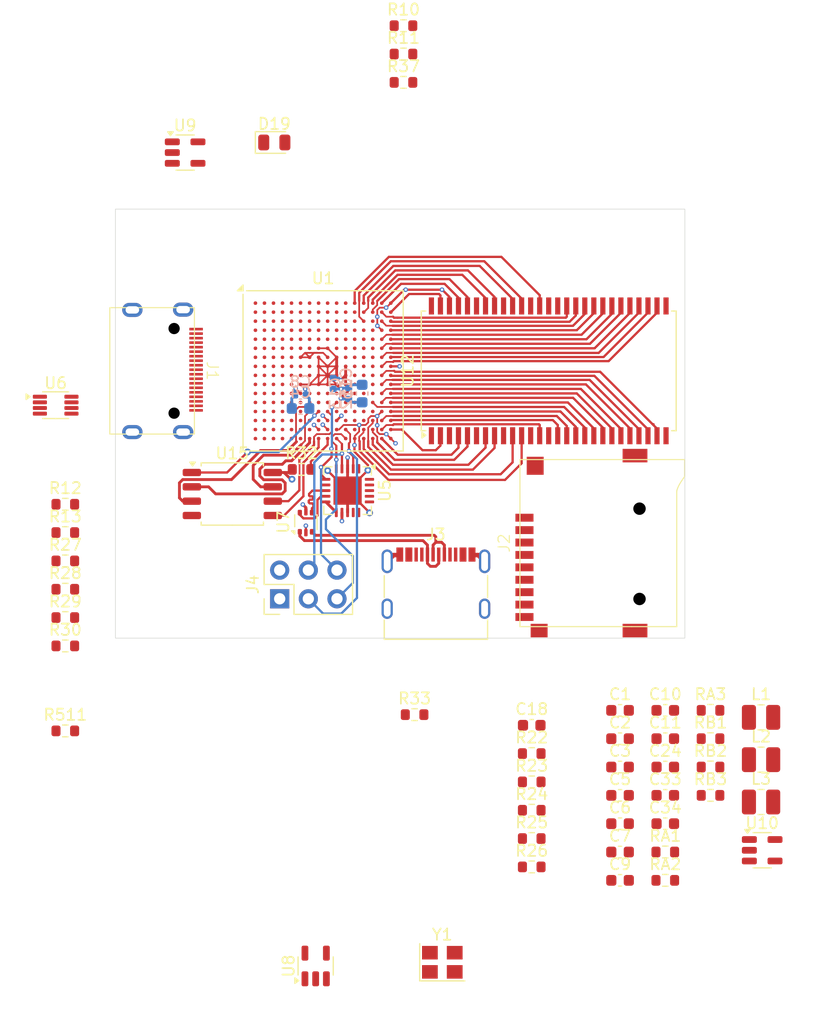
<source format=kicad_pcb>
(kicad_pcb (version 20241229) (generator "pcbnew") (generator_version "9.0")
  (layers (0 "F.Cu" signal) (4 "In1.Cu" signal) (6 "In2.Cu" signal) (2 "B.Cu" signal) (13 "F.Paste" user) (15 "B.Paste" user) (5 "F.SilkS" user "F.Silkscreen") (7 "B.SilkS" user "B.Silkscreen") (1 "F.Mask" user) (3 "B.Mask" user) (25 "Edge.Cuts" user))
  (net 0 "")
  (net 34 "Net-(J3-D--PadA7)")
  (net 46 "Net-(J3-D+-PadA6)")
  (net 78 "JTAG_TCK")
  (net 123 "JTAG_TDO")
  (net 124 "/USB/LED_TXLED")
  (net 125 "FT2V5")
  (net 126 "FPDI_D0-")
  (net 127 "FPDI_UTIL")
  (net 128 "GPDI_SDA")
  (net 129 "FPDI_D2+")
  (net 130 "FPDI_HPD")
  (net 131 "FPDI_D1-")
  (net 132 "FPDI_D1+")
  (net 133 "FPDI_CLK-")
  (net 134 "GPDI_SCL")
  (net 135 "FPDI_D2-")
  (net 136 "FPDI_CEC")
  (net 137 "FPDI_D0+")
  (net 138 "FPDI_CLK+")
  (net 139 "Net-(J3-CC1)")
  (net 150 "Net-(J3-CC2)")
  (net 151 "+2V5")
  (net 152 "FPDI_SDA")
  (net 153 "FPDI_SCL")
  (net 158 "GND")
  (net 159 "+5V")
  (net 160 "FTDI_nTXLED")
  (net 161 "+3V3")
  (net 162 "JTAG_TDI")
  (net 163 "JTAG_TMS")
  (net 164 "Net-(U5-USBDM)")
  (net 165 "FTDI_RXD")
  (net 166 "FTDI_nRTS")
  (net 167 "FTDI_TXDEN")
  (net 168 "FTDI_nRXLED")
  (net 169 "FTDI_nSLEEP")
  (net 170 "FTDI_nDTR")
  (net 171 "FTDI_TXD")
  (net 172 "Net-(U5-USBDP)")
  (net 173 "Net-(U6-VREF2)")
  (net 174 "SDRAM_D8")
  (net 175 "SDRAM_D6")
  (net 176 "SDRAM_D10")
  (net 177 "SDRAM_nCS")
  (net 178 "SDRAM_A6")
  (net 179 "SDRAM_D11")
  (net 180 "SDRAM_A11")
  (net 181 "SDRAM_A9")
  (net 182 "SDRAM_D13")
  (net 183 "SDRAM_A2")
  (net 184 "SDRAM_nWE")
  (net 185 "SDRAM_D0")
  (net 186 "SDRAM_A8")
  (net 187 "SDRAM_A0")
  (net 188 "SDRAM_DQM0")
  (net 189 "SDRAM_D3")
  (net 190 "SDRAM_A7")
  (net 191 "SDRAM_A1")
  (net 192 "SDRAM_D7")
  (net 193 "SDRAM_D2")
  (net 194 "SDRAM_A10")
  (net 195 "SDRAM_D12")
  (net 196 "SDRAM_CKE")
  (net 197 "SDRAM_nCAS")
  (net 198 "SDRAM_nRAS")
  (net 199 "SDRAM_D9")
  (net 200 "SDRAM_CLK")
  (net 201 "SDRAM_DQM1")
  (net 202 "SDRAM_A4")
  (net 203 "SDRAM_A5")
  (net 204 "SDRAM_D5")
  (net 205 "SDRAM_D4")
  (net 206 "SDRAM_D15")
  (net 207 "SDRAM_D14")
  (net 208 "SDRAM_A3")
  (net 209 "SDRAM_D1")
  (net 210 "+1V1")
  (net 211 "/Power/FB3")
  (net 212 "/Power/L3")
  (net 214 "/Power/L2")
  (net 215 "/Power/L1")
  (net 216 "/Power/FB2")
  (net 217 "/Power/FB1")
  (net 248 "SDRAM_BA1")
  (net 249 "SDRAM_BA0")
  (net 251 "SDRAM_A12")
  (net 254 "INITN")
  (net 255 "DONE")
  (net 256 "Net-(U1H-PROGRAMN)")
  (net 257 "IO3")
  (net 258 "IO2")
  (net 259 "IO1")
  (net 260 "IO0")
  (net 261 "CLK")
  (net 262 "~{CS}")
  (footprint "Resistor_SMD:R_0603_1608Metric" (layer "F.Cu") (at 157.125 74.44)
    (property "Reference" "R37")
    (property "Value" "549")
  )
  (footprint "Package_SO:VSSOP-8_2.3x2mm_P0.5mm" (layer "F.Cu") (at 126.29 103.04)
    (property "Reference" "U6")
    (property "Value" "PCA9306DC1")
  )
  (footprint "Resistor_SMD:R_0603_1608Metric" (layer "F.Cu") (at 127.145 116.84)
    (property "Reference" "R27")
    (property "Value" "10k")
  )
  (footprint "Resistor_SMD:R_0603_1608Metric" (layer "F.Cu") (at 168.495 138.93)
    (property "Reference" "R24")
    (property "Value" "100k")
  )
  (footprint "Resistor_SMD:R_0603_1608Metric" (layer "F.Cu") (at 158.11 130.46)
    (property "Reference" "R33")
    (property "Value" "4.7k")
  )
  (footprint "Resistor_SMD:R_0603_1608Metric" (layer "F.Cu") (at 127.145 111.82)
    (property "Reference" "R12")
    (property "Value" "10k")
  )
  (footprint "Capacitor_SMD:C_0603_1608Metric" (layer "F.Cu") (at 168.495 131.4)
    (property "Reference" "C18")
    (property "Value" "100pF")
  )
  (footprint "Capacitor_SMD:C_0603_1608Metric" (layer "F.Cu") (at 176.325 142.63)
    (property "Reference" "C7")
    (property "Value" "22uF")
  )
  (footprint "Capacitor_SMD:C_0603_1608Metric" (layer "F.Cu") (at 180.335 130.08)
    (property "Reference" "C10")
    (property "Value" "100pF")
  )
  (footprint "Capacitor_SMD:C_0603_1608Metric" (layer "F.Cu") (at 180.335 135.1)
    (property "Reference" "C24")
    (property "Value" "2.2uF")
  )
  (footprint "Package_TO_SOT_SMD:SOT-23-5" (layer "F.Cu") (at 149.34 152.7275 90)
    (property "Reference" "U8")
    (property "Value" "TLV62569DBV")
  )
  (footprint "Capacitor_SMD:C_0603_1608Metric" (layer "F.Cu") (at 176.325 135.1)
    (property "Reference" "C3")
    (property "Value" "22uF")
  )
  (footprint "Capacitor_SMD:C_0603_1608Metric" (layer "F.Cu") (at 180.335 132.59)
    (property "Reference" "C11")
    (property "Value" "22uF")
  )
  (footprint "Resistor_SMD:R_0603_1608Metric" (layer "F.Cu") (at 180.335 145.14)
    (property "Reference" "RA2")
    (property "Value" "15k")
  )
  (footprint "Capacitor_SMD:C_0603_1608Metric" (layer "F.Cu") (at 180.335 140.12)
    (property "Reference" "C34")
    (property "Value" "2.2uF")
  )
  (footprint "Resistor_SMD:R_0603_1608Metric" (layer "F.Cu") (at 184.345 137.61)
    (property "Reference" "RB3")
    (property "Value" "3.3k")
  )
  (footprint "Capacitor_SMD:C_0603_1608Metric" (layer "F.Cu") (at 176.325 130.08)
    (property "Reference" "C1")
    (property "Value" "22uF")
  )
  (footprint "Package_TO_SOT_SMD:SOT-23-5" (layer "F.Cu") (at 137.7675 80.66)
    (property "Reference" "U9")
    (property "Value" "TLV62569DBV")
  )
  (footprint "Resistor_SMD:R_0603_1608Metric" (layer "F.Cu") (at 157.125 71.93)
    (property "Reference" "R11")
    (property "Value" "5.1k")
  )
  (footprint "Capacitor_SMD:C_0603_1608Metric" (layer "F.Cu") (at 176.325 145.14)
    (property "Reference" "C9")
    (property "Value" "22uF")
  )
  (footprint "Resistor_SMD:R_0603_1608Metric" (layer "F.Cu") (at 168.495 136.42)
    (property "Reference" "R23")
    (property "Value" "3.3k")
  )
  (footprint "Inductor_SMD:L_1008_2520Metric" (layer "F.Cu") (at 188.825 138.2)
    (property "Reference" "L3")
    (property "Value" "2.2uH")
  )
  (footprint "Package_SO:TSOP-II-54_22.2x10.16mm_P0.8mm" (layer "F.Cu") (at 170 100 90)
    (property "Reference" "U12")
    (property "Value" "W9825G6KH-6")
  )
  (footprint "Package_DFN_QFN:QFN-20-1EP_4x4mm_P0.5mm_EP2.5x2.5mm" (layer "F.Cu") (at 152.17 110.61 -90)
    (property "Reference" "U5")
    (property "Value" "FT231XQ")
  )
  (footprint "Connector_USB:USB_C_Receptacle_G-Switch_GT-USB-7010ASV" (layer "F.Cu") (at 160 120)
    (property "Reference" "J3")
    (property "Value" "USB_C_Receptacle_USB2.0_14P")
  )
  (footprint "Resistor_SMD:R_0603_1608Metric" (layer "F.Cu") (at 168.495 143.95)
    (property "Reference" "R26")
    (property "Value" "4.7k")
  )
  (footprint "anice-lib:XYECONN TF-015-ZYD9AH1.85" (layer "F.Cu") (at 178.05 115.26 90)
    (property "Reference" "J2")
    (property "Value" "Micro_SD_Card_Det1")
  )
  (footprint "Package_TO_SOT_SMD:SOT-23-5" (layer "F.Cu") (at 188.925 142.475)
    (property "Reference" "U10")
    (property "Value" "TLV62569DBV")
  )
  (footprint "Resistor_SMD:R_0603_1608Metric" (layer "F.Cu") (at 127.145 114.33)
    (property "Reference" "R13")
    (property "Value" "10k")
  )
  (footprint "Resistor_SMD:R_0603_1608Metric" (layer "F.Cu") (at 127.145 124.37)
    (property "Reference" "R30")
    (property "Value" "4.7k")
  )
  (footprint "Capacitor_SMD:C_0603_1608Metric" (layer "F.Cu") (at 176.325 132.59)
    (property "Reference" "C2")
    (property "Value" "10uF")
  )
  (footprint "anice-lib:XKB Connection A71-05H4-111N1" (layer "F.Cu") (at 137.59 100 -90)
    (property "Reference" "J1")
    (property "Value" "HDMI_C_1.3")
  )
  (footprint "Package_BGA:BGA-256_14.0x14.0mm_Layout16x16_P0.8mm_Ball0.45mm_Pad0.32mm_NSMD" (layer "F.Cu") (at 150 100)
    (property "Reference" "U1")
    (property "Value" "ECP5U_12_CABGA256")
  )
  (footprint "Resistor_SMD:R_0603_1608Metric" (layer "F.Cu") (at 184.345 132.59)
    (property "Reference" "RB1")
    (property "Value" "18k")
  )
  (footprint "Resistor_SMD:R_0603_1608Metric" (layer "F.Cu") (at 127.145 131.9)
    (property "Reference" "R511")
    (property "Value" "4.7k")
  )
  (footprint "Resistor_SMD:R_0603_1608Metric" (layer "F.Cu") (at 127.145 119.35)
    (property "Reference" "R28")
    (property "Value" "10k")
  )
  (footprint "Resistor_SMD:R_0603_1608Metric" (layer "F.Cu") (at 127.145 121.86)
    (property "Reference" "R29")
    (property "Value" "1k")
  )
  (footprint "Inductor_SMD:L_1008_2520Metric" (layer "F.Cu") (at 188.825 130.7)
    (property "Reference" "L1")
    (property "Value" "2.2uH")
  )
  (footprint "LED_SMD:LED_0805_2012Metric" (layer "F.Cu") (at 145.675 79.765)
    (property "Reference" "D19")
    (property "Value" "RED")
  )
  (footprint "Capacitor_SMD:C_0603_1608Metric" (layer "F.Cu") (at 176.325 137.61)
    (property "Reference" "C5")
    (property "Value" "22uF")
  )
  (footprint "Capacitor_SMD:C_0603_1608Metric" (layer "F.Cu") (at 176.325 140.12)
    (property "Reference" "C6")
    (property "Value" "100pF")
  )
  (footprint "Resistor_SMD:R_0603_1608Metric" (layer "F.Cu") (at 157.125 69.42)
    (property "Reference" "R10")
    (property "Value" "5.1k")
  )
  (footprint "Inductor_SMD:L_1008_2520Metric" (layer "F.Cu") (at 188.825 134.45)
    (property "Reference" "L2")
    (property "Value" "2.2uH")
  )
  (footprint "Package_SO:SOIC-8_5.3x5.3mm_P1.27mm" (layer "F.Cu") (at 141.95 110.91)
    (property "Reference" "U15")
    (property "Value" "W25Q128JVS")
  )
  (footprint "Resistor_SMD:R_0603_1608Metric" (layer "F.Cu") (at 168.495 141.44)
    (property "Reference" "R25")
    (property "Value" "4.7k")
  )
  (footprint "Resistor_SMD:R_0603_1608Metric" (layer "F.Cu") (at 184.345 135.1)
    (property "Reference" "RB2")
    (property "Value" "4.7k")
  )
  (footprint "Connector_PinHeader_2.54mm:PinHeader_2x03_P2.54mm_Vertical" (layer "F.Cu") (at 146.15 120.195 90)
    (property "Reference" "J4")
    (property "Value" "CONN_02X03")
  )
  (footprint "Resistor_SMD:R_0603_1608Metric" (layer "F.Cu") (at 168.495 133.91)
    (property "Reference" "R22")
    (property "Value" "3.3k")
  )
  (footprint "Package_TO_SOT_SMD:SOT-666" (layer "F.Cu") (at 148.4725 113.41 90)
    (property "Reference" "U7")
    (property "Value" "USBLC6-2P6")
  )
  (footprint "Resistor_SMD:R_0603_1608Metric" (layer "F.Cu") (at 184.345 130.08)
    (property "Reference" "RA3")
    (property "Value" "15k")
  )
  (footprint "Resistor_SMD:R_0603_1608Metric" (layer "F.Cu") (at 148.09 108.73)
    (property "Reference" "R32")
    (property "Value" "4.7k")
  )
  (footprint "Crystal:Crystal_SMD_3225-4Pin_3.2x2.5mm" (layer "F.Cu") (at 160.565 152.4)
    (property "Reference" "Y1")
    (property "Value" "ECS-2520MV-xxx-xx")
  )
  (footprint "Resistor_SMD:R_0603_1608Metric" (layer "F.Cu") (at 180.335 142.63)
    (property "Reference" "RA1")
    (property "Value" "15k")
  )
  (footprint "Capacitor_SMD:C_0603_1608Metric" (layer "F.Cu") (at 180.335 137.61)
    (property "Reference" "C33")
    (property "Value" "2.2uF")
  )
  (footprint "Capacitor_SMD:C_0603_1608Metric" (layer "B.Cu") (at 153.46 102.01 -90)
    (property "Reference" "C12")
    (property "Value" "10uF")
  )
  (footprint "Capacitor_SMD:C_0402_1005Metric" (layer "B.Cu") (at 150.89 101.12 90)
    (property "Reference" "C15")
    (property "Value" "100nF")
  )
  (footprint "Capacitor_SMD:C_0402_1005Metric" (layer "B.Cu") (at 147.99 102.14 180)
    (property "Reference" "C8")
    (property "Value" "100nF")
  )
  (footprint "Capacitor_SMD:C_0603_1608Metric" (layer "B.Cu") (at 148 103.33 180)
    (property "Reference" "C4")
    (property "Value" "10uF")
  )
  (footprint "Capacitor_SMD:C_0402_1005Metric" (layer "B.Cu") (at 152.27 102.01 -90)
    (property "Reference" "C13")
    (property "Value" "100nF")
  )
  (gr_rect (start 131.59 85.67) (end 182.07 123.68) (stroke (width 0.05)) (fill no) (layer "Edge.Cuts"))
  (segment (start 159.99 117.32) (end 160.25 117.06) (width 0.25) (layer "F.Cu") (net 34))
  (segment (start 159.25 116.275) (end 159.25 115.433) (width 0.25) (layer "F.Cu") (net 34))
  (segment (start 158.857 115.04) (end 148.34 115.04) (width 0.25) (layer "F.Cu") (net 34))
  (segment (start 159.25 115.433) (end 158.857 115.04) (width 0.25) (layer "F.Cu") (net 34))
  (segment (start 160.25 117.06) (end 160.25 116.275) (width 0.25) (layer "F.Cu") (net 34))
  (segment (start 159.25 116.275) (end 159.25 117.06) (width 0.25) (layer "F.Cu") (net 34))
  (segment (start 159.51 117.32) (end 159.99 117.32) (width 0.25) (layer "F.Cu") (net 34))
  (segment (start 147.935 114.635) (end 147.935 114.26) (width 0.25) (layer "F.Cu") (net 34))
  (segment (start 159.25 117.06) (end 159.51 117.32) (width 0.25) (layer "F.Cu") (net 34))
  (segment (start 148.34 115.04) (end 147.935 114.635) (width 0.25) (layer "F.Cu") (net 34))
  (segment (start 159.75 115.433) (end 159.993 115.19) (width 0.25) (layer "F.Cu") (net 46))
  (segment (start 160.507 115.19) (end 160.75 115.433) (width 0.25) (layer "F.Cu") (net 46))
  (segment (start 159.993 115.19) (end 159.99 115.193) (width 0.25) (layer "F.Cu") (net 46))
  (segment (start 160.75 115.433) (end 160.75 116.275) (width 0.25) (layer "F.Cu") (net 46))
  (segment (start 149.32 114.57) (end 149.01 114.26) (width 0.25) (layer "F.Cu") (net 46))
  (segment (start 159.99 114.704) (end 159.856 114.57) (width 0.25) (layer "F.Cu") (net 46))
  (segment (start 159.75 116.275) (end 159.75 115.433) (width 0.25) (layer "F.Cu") (net 46))
  (segment (start 159.993 115.19) (end 160.507 115.19) (width 0.25) (layer "F.Cu") (net 46))
  (segment (start 159.99 115.2) (end 159.99 114.704) (width 0.25) (layer "F.Cu") (net 46))
  (segment (start 159.856 114.57) (end 149.32 114.57) (width 0.25) (layer "F.Cu") (net 46))
  (segment (start 159.99 115.193) (end 159.99 115.2) (width 0.25) (layer "F.Cu") (net 46))
  (segment (start 151.67 107.33) (end 151.67 106.47) (width 0.2) (layer "F.Cu") (net 78))
  (segment (start 151.67 108.6725) (end 151.67 107.33) (width 0.2) (layer "F.Cu") (net 78))
  (segment (start 151.67 106.47) (end 151.2 106) (width 0.15) (layer "F.Cu") (net 78))
  (via (at 151.67 107.33) (size 0.4) (drill 0.2) (layers "F.Cu" "B.Cu") (net 78))
  (segment (start 151.59 107.41) (end 149.92 107.41) (width 0.2) (layer "B.Cu") (net 78))
  (segment (start 149.22 108.11) (end 149.22 117.125) (width 0.2) (layer "B.Cu") (net 78))
  (segment (start 149.22 117.125) (end 148.69 117.655) (width 0.2) (layer "B.Cu") (net 78))
  (segment (start 151.67 107.33) (end 151.59 107.41) (width 0.2) (layer "B.Cu") (net 78))
  (segment (start 149.92 107.41) (end 149.22 108.11) (width 0.2) (layer "B.Cu") (net 78))
  (segment (start 150.735 106.9) (end 150.75 106.915) (width 0.2) (layer "F.Cu") (net 123))
  (segment (start 150.75 106.915) (end 150.75 107.64) (width 0.2) (layer "F.Cu") (net 123))
  (segment (start 150.75 107.64) (end 149.84 108.55) (width 0.2) (layer "F.Cu") (net 123))
  (segment (start 149.84 109.2175) (end 150.2325 109.61) (width 0.2) (layer "F.Cu") (net 123))
  (segment (start 151.2 102.8) (end 150.78 103.22) (width 0.15) (layer "F.Cu") (net 123))
  (segment (start 149.84 108.55) (end 149.84 109.2175) (width 0.2) (layer "F.Cu") (net 123))
  (via (at 150.735 106.9) (size 0.4) (drill 0.2) (layers "F.Cu" "B.Cu") (net 123))
  (via (at 149.813921 108.536495) (size 0.4) (drill 0.2) (layers "F.Cu" "B.Cu") (net 123))
  (via (at 150.78 103.22) (size 0.4) (drill 0.2) (layers "F.Cu" "B.Cu") (net 123))
  (segment (start 151.23 117.655) (end 149.813921 116.238921) (width 0.2) (layer "B.Cu") (net 123))
  (segment (start 150.78 106.855) (end 150.78 103.22) (width 0.2) (layer "B.Cu") (net 123))
  (segment (start 149.813921 116.238921) (end 149.813921 108.536495) (width 0.2) (layer "B.Cu") (net 123))
  (segment (start 150.735 106.9) (end 150.78 106.855) (width 0.2) (layer "B.Cu") (net 123))
  (segment (start 150.2325 111.61) (end 151.17 112.5475) (width 0.25) (layer "F.Cu") (net 125))
  (segment (start 152.17 108.6725) (end 152.17 107.68) (width 0.25) (layer "F.Cu") (net 158))
  (segment (start 151.2 99.6) (end 149.6 101.2) (width 0.15) (layer "F.Cu") (net 158))
  (segment (start 149.6 98) (end 150.4 98) (width 0.15) (layer "F.Cu") (net 158))
  (segment (start 157.32 92.81) (end 157.19 92.81) (width 0.2) (layer "F.Cu") (net 158))
  (segment (start 151.2 98.8) (end 150.4 99.6) (width 0.15) (layer "F.Cu") (net 158))
  (segment (start 151.2 101.2) (end 151.2 101.21) (width 0.25) (layer "F.Cu") (net 158))
  (segment (start 160.56 92.81) (end 160.54 92.81) (width 0.2) (layer "F.Cu") (net 158))
  (segment (start 152.8 106.56) (end 152.8 106) (width 0.15) (layer "F.Cu") (net 158))
  (segment (start 155.003849 105.604) (end 154.796 105.396151) (width 0.15) (layer "F.Cu") (net 158))
  (segment (start 149.6 98.8) (end 149.6 100.4) (width 0.15) (layer "F.Cu") (net 158))
  (segment (start 161.2 93.45) (end 160.56 92.81) (width 0.2) (layer "F.Cu") (net 158))
  (segment (start 155.2 103.6) (end 154.79 104.01) (width 0.15) (layer "F.Cu") (net 158))
  (segment (start 151.2 101.21) (end 151.59 101.6) (width 0.25) (layer "F.Cu") (net 158))
  (segment (start 156 99.6) (end 156.78 99.6) (width 0.2) (layer "F.Cu") (net 158))
  (segment (start 156.255 116.32) (end 155.68 116.895) (width 0.4) (layer "F.Cu") (net 158))
  (segment (start 155.6 94.4) (end 155.59 94.4) (width 0.15) (layer "F.Cu") (net 158))
  (segment (start 152.17 110.61) (end 154.12 112.56) (width 0.2) (layer "F.Cu") (net 158))
  (segment (start 154.804 96.004) (end 154.81 96.01) (width 0.15) (layer "F.Cu") (net 158))
  (segment (start 148.4725 113.7225) (end 148.47 113.72) (width 0.2) (layer "F.Cu") (net 158))
  (segment (start 154.004 104.235971) (end 154.235971 104.004) (width 0.15) (layer "F.Cu") (net 158))
  (segment (start 154.796 104.82) (end 154.796 104.016) (width 0.15) (layer "F.Cu") (net 158))
  (segment (start 152.17 110.61) (end 152.17 110.6) (width 0.2) (layer "F.Cu") (net 158))
  (segment (start 160.54 92.81) (end 157.32 92.81) (width 0.2) (layer "F.Cu") (net 158))
  (segment (start 152.8 106) (end 152.8 105.77) (width 0.15) (layer "F.Cu") (net 158))
  (segment (start 154.796 105.396151) (end 154.796 104.82) (width 0.15) (layer "F.Cu") (net 158))
  (segment (start 154.004 104.564029) (end 154.004 104.235971) (width 0.15) (layer "F.Cu") (net 158))
  (segment (start 156 106) (end 156.42 106.42) (width 0.15) (layer "F.Cu") (net 158))
  (segment (start 155.604 105.604) (end 155.6 105.604) (width 0.15) (layer "F.Cu") (net 158))
  (segment (start 152.17 110.61) (end 150.4 108.84) (width 0.2) (layer "F.Cu") (net 158))
  (segment (start 155.00982 94.4) (end 154.804 94.60582) (width 0.15) (layer "F.Cu") (net 158))
  (segment (start 154.804 95.2) (end 154.804 96.004) (width 0.15) (layer "F.Cu") (net 158))
  (segment (start 151.41 105.2) (end 151.814 104.796) (width 0.15) (layer "F.Cu") (net 158))
  (segment (start 154.12 112.56) (end 154.12 112.58) (width 0.2) (layer "F.Cu") (net 158))
  (segment (start 152.78 106.58) (end 152.78 107.160532) (width 0.2) (layer "F.Cu") (net 158))
  (segment (start 149.6 100.4) (end 149.6 101.2) (width 0.15) (layer "F.Cu") (net 158))
  (segment (start 161.2 94.25) (end 161.2 93.45) (width 0.2) (layer "F.Cu") (net 158))
  (segment (start 154.796 104.016) (end 154.79 104.01) (width 0.15) (layer "F.Cu") (net 158))
  (segment (start 152.17 110.6) (end 153.97 108.8) (width 0.2) (layer "F.Cu") (net 158))
  (segment (start 152.78 106.58) (end 152.8 106.56) (width 0.15) (layer "F.Cu") (net 158))
  (segment (start 155.59 94.4) (end 155.00982 94.4) (width 0.15) (layer "F.Cu") (net 158))
  (segment (start 148 101.2) (end 148.41 101.61) (width 0.15) (layer "F.Cu") (net 158))
  (segment (start 163.745 116.32) (end 164.32 116.895) (width 0.4) (layer "F.Cu") (net 158))
  (segment (start 150.4 98) (end 151.2 98.8) (width 0.15) (layer "F.Cu") (net 158))
  (segment (start 149.6 99.6) (end 151.2 101.2) (width 0.15) (layer "F.Cu") (net 158))
  (segment (start 150.4 101.2) (end 150.4 99.6) (width 0.15) (layer "F.Cu") (net 158))
  (segment (start 151.2 100.4) (end 149.6 100.4) (width 0.15) (layer "F.Cu") (net 158))
  (segment (start 151.814 104.796) (end 153.196 104.796) (width 0.15) (layer "F.Cu") (net 158))
  (segment (start 151.2 99.6) (end 151.2 98.8) (width 0.25) (layer "F.Cu") (net 158))
  (segment (start 151.2 101.2) (end 148 101.2) (width 0.15) (layer "F.Cu") (net 158))
  (segment (start 151.2 105.2) (end 151.41 105.2) (width 0.15) (layer "F.Cu") (net 158))
  (segment (start 153.772029 104.796) (end 154.004 104.564029) (width 0.15) (layer "F.Cu") (net 158))
  (segment (start 154.784 104.004) (end 154.79 104.01) (width 0.15) (layer "F.Cu") (net 158))
  (segment (start 149.6 99.6) (end 151.2 99.6) (width 0.15) (layer "F.Cu") (net 158))
  (segment (start 156 94) (end 155.6 94.4) (width 0.15) (layer "F.Cu") (net 158))
  (segment (start 153.196 105.374) (end 153.196 104.796) (width 0.15) (layer "F.Cu") (net 158))
  (segment (start 157.19 92.81) (end 156 94) (width 0.2) (layer "F.Cu") (net 158))
  (segment (start 152.78 107.160532) (end 153.97 108.350532) (width 0.2) (layer "F.Cu") (net 158))
  (segment (start 163.2 116.32) (end 163.745 116.32) (width 0.4) (layer "F.Cu") (net 158))
  (segment (start 148.4725 114.335) (end 148.4725 113.7225) (width 0.2) (layer "F.Cu") (net 158))
  (segment (start 155.2 96.4) (end 154.81 96.01) (width 0.15) (layer "F.Cu") (net 158))
  (segment (start 154.804 94.60582) (end 154.804 95.2) (width 0.15) (layer "F.Cu") (net 158))
  (segment (start 153.97 108.350532) (end 153.97 108.8) (width 0.2) (layer "F.Cu") (net 158))
  (segment (start 156.8 116.32) (end 156.255 116.32) (width 0.4) (layer "F.Cu") (net 158))
  (segment (start 153.196 104.796) (end 153.772029 104.796) (width 0.15) (layer "F.Cu") (net 158))
  (segment (start 156 106) (end 155.604 105.604) (width 0.15) (layer "F.Cu") (net 158))
  (segment (start 152.17 112.5475) (end 152.17 110.61) (width 0.25) (layer "F.Cu") (net 158))
  (segment (start 154.235971 104.004) (end 154.784 104.004) (width 0.15) (layer "F.Cu") (net 158))
  (segment (start 155.6 105.604) (end 155.003849 105.604) (width 0.15) (layer "F.Cu") (net 158))
  (segment (start 149.6 98.8) (end 150.4 99.6) (width 0.15) (layer "F.Cu") (net 158))
  (segment (start 152.8 105.77) (end 153.196 105.374) (width 0.15) (layer "F.Cu") (net 158))
  (segment (start 152.17 108.6725) (end 152.17 110.61) (width 0.25) (layer "F.Cu") (net 158))
  (segment (start 149.6 100.4) (end 148.8 101.2) (width 0.15) (layer "F.Cu") (net 158))
  (segment (start 151.2 100.4) (end 151.2 99.6) (width 0.25) (layer "F.Cu") (net 158))
  (via (at 154.12 112.58) (size 0.6) (drill 0.3) (layers "F.Cu" "B.Cu") (net 158))
  (via (at 151.59 101.6) (size 0.4) (drill 0.2) (layers "F.Cu" "B.Cu") (net 158))
  (via (at 156.78 99.6) (size 0.4) (drill 0.2) (layers "F.Cu" "B.Cu") (net 158))
  (via (at 150.4 108.84) (size 0.6) (drill 0.3) (layers "F.Cu" "B.Cu") (net 158))
  (via (at 154.81 96.01) (size 0.4) (drill 0.2) (layers "F.Cu" "B.Cu") (net 158))
  (via (at 152.17 107.68) (size 0.4) (drill 0.2) (layers "F.Cu" "B.Cu") (net 158))
  (via (at 155.59 94.4) (size 0.4) (drill 0.2) (layers "F.Cu" "B.Cu") (net 158))
  (via (at 153.97 108.8) (size 0.6) (drill 0.3) (layers "F.Cu" "B.Cu") (net 158))
  (via (at 160.54 92.81) (size 0.4) (drill 0.2) (layers "F.Cu" "B.Cu") (net 158))
  (via (at 155.6 105.604) (size 0.4) (drill 0.2) (layers "F.Cu" "B.Cu") (net 158))
  (via (at 157.32 92.81) (size 0.4) (drill 0.2) (layers "F.Cu" "B.Cu") (net 158))
  (via (at 156.42 106.42) (size 0.4) (drill 0.2) (layers "F.Cu" "B.Cu") (net 158))
  (via (at 153.196 104.796) (size 0.4) (drill 0.2) (layers "F.Cu" "B.Cu") (net 158))
  (via (at 152.78 106.58) (size 0.4) (drill 0.2) (layers "F.Cu" "B.Cu") (net 158))
  (via (at 148.41 101.61) (size 0.4) (drill 0.2) (layers "F.Cu" "B.Cu") (net 158))
  (via (at 154.804 95.2) (size 0.4) (drill 0.2) (layers "F.Cu" "B.Cu") (net 158))
  (via (at 154.796 104.82) (size 0.4) (drill 0.2) (layers "F.Cu" "B.Cu") (net 158))
  (via (at 154.79 104.01) (size 0.4) (drill 0.2) (layers "F.Cu" "B.Cu") (net 158))
  (via (at 148.47 113.72) (size 0.4) (drill 0.2) (layers "F.Cu" "B.Cu") (net 158))
  (segment (start 148.775 102.445) (end 148.47 102.14) (width 0.25) (layer "B.Cu") (net 158))
  (segment (start 148.775 103.33) (end 148.775 102.445) (width 0.25) (layer "B.Cu") (net 158))
  (segment (start 148.47 101.67) (end 148.41 101.61) (width 0.25) (layer "B.Cu") (net 158))
  (segment (start 152.27 101.53) (end 151.66 101.53) (width 0.25) (layer "B.Cu") (net 158))
  (segment (start 152.565 101.235) (end 152.27 101.53) (width 0.25) (layer "B.Cu") (net 158))
  (segment (start 150.89 101.6) (end 151.59 101.6) (width 0.25) (layer "B.Cu") (net 158))
  (segment (start 151.66 101.53) (end 151.59 101.6) (width 0.25) (layer "B.Cu") (net 158))
  (segment (start 148.47 102.14) (end 148.47 101.67) (width 0.25) (layer "B.Cu") (net 158))
  (segment (start 153.46 101.235) (end 152.565 101.235) (width 0.25) (layer "B.Cu") (net 158))
  (segment (start 148.4725 112.485) (end 148.4725 112.1125) (width 0.25) (layer "F.Cu") (net 159))
  (segment (start 148.4725 112.1125) (end 148.2 111.84) (width 0.25) (layer "F.Cu") (net 159))
  (segment (start 151.67 112.5475) (end 151.67 113.31) (width 0.25) (layer "F.Cu") (net 159))
  (via (at 148.2 111.84) (size 0.4) (drill 0.2) (layers "F.Cu" "B.Cu") (net 159))
  (via (at 151.67 113.31) (size 0.4) (drill 0.2) (layers "F.Cu" "B.Cu") (net 159))
  (segment (start 148 102) (end 147.57 101.57) (width 0.15) (layer "F.Cu") (net 161))
  (segment (start 147.13 109.6) (end 146.6 109.07) (width 0.25) (layer "F.Cu") (net 161))
  (segment (start 152 100.4) (end 151.567697 100.832303) (width 0.25) (layer "F.Cu") (net 161))
  (segment (start 152 100.4) (end 152 100.415) (width 0.25) (layer "F.Cu") (net 161))
  (segment (start 152 101.2) (end 152 99.6) (width 0.25) (layer "F.Cu") (net 161))
  (segment (start 152 102.002523) (end 151.571322 102.431201) (width 0.25) (layer "F.Cu") (net 161))
  (segment (start 146.6 109.005) (end 146.99 109.005) (width 0.25) (layer "F.Cu") (net 161))
  (segment (start 149.6 105.2) (end 149.19 104.79) (width 0.15) (layer "F.Cu") (net 161))
  (segment (start 145.5375 109.005) (end 146.6 109.005) (width 0.25) (layer "F.Cu") (net 161))
  (segment (start 152 102) (end 152 102.002523) (width 0.25) (layer "F.Cu") (net 161))
  (segment (start 152.16 101.36) (end 152 101.2) (width 0.25) (layer "F.Cu") (net 161))
  (segment (start 152 102) (end 152.16 101.84) (width 0.25) (layer "F.Cu") (net 161))
  (segment (start 147.24 109.6) (end 147.13 109.6) (width 0.25) (layer "F.Cu") (net 161))
  (segment (start 146.6 109.07) (end 146.6 109.005) (width 0.25) (layer "F.Cu") (net 161))
  (segment (start 146.99 109.005) (end 147.265 108.73) (width 0.25) (layer "F.Cu") (net 161))
  (segment (start 152.16 101.84) (end 152.16 101.36) (width 0.25) (layer "F.Cu") (net 161))
  (segment (start 151.2 104.4) (end 151.62 103.98) (width 0.2) (layer "F.Cu") (net 161))
  (via (at 149.19 104.79) (size 0.4) (drill 0.2) (layers "F.Cu" "B.Cu") (net 161))
  (via (at 151.567697 100.832303) (size 0.4) (drill 0.2) (layers "F.Cu" "B.Cu") (net 161))
  (via (at 147.57 101.57) (size 0.4) (drill 0.2) (layers "F.Cu" "B.Cu") (net 161))
  (via (at 151.571322 102.431201) (size 0.4) (drill 0.2) (layers "F.Cu" "B.Cu") (net 161))
  (via (at 151.62 103.98) (size 0.4) (drill 0.2) (layers "F.Cu" "B.Cu") (net 161))
  (via (at 147.24 109.6) (size 0.6) (drill 0.3) (layers "F.Cu" "B.Cu") (net 161))
  (segment (start 147.225 102.425) (end 147.51 102.14) (width 0.25) (layer "B.Cu") (net 161))
  (segment (start 152.565 102.785) (end 152.27 102.49) (width 0.25) (layer "B.Cu") (net 161))
  (segment (start 150.89 100.64) (end 151.375394 100.64) (width 0.25) (layer "B.Cu") (net 161))
  (segment (start 147.51 101.63) (end 147.57 101.57) (width 0.25) (layer "B.Cu") (net 161))
  (segment (start 152.27 102.49) (end 151.630121 102.49) (width 0.25) (layer "B.Cu") (net 161))
  (segment (start 147.225 103.33) (end 147.225 102.425) (width 0.25) (layer "B.Cu") (net 161))
  (segment (start 147.51 102.14) (end 147.51 101.63) (width 0.25) (layer "B.Cu") (net 161))
  (segment (start 151.630121 102.49) (end 151.571322 102.431201) (width 0.25) (layer "B.Cu") (net 161))
  (segment (start 151.375394 100.64) (end 151.567697 100.832303) (width 0.25) (layer "B.Cu") (net 161))
  (segment (start 153.46 102.785) (end 152.565 102.785) (width 0.25) (layer "B.Cu") (net 161))
  (segment (start 152.396 106.314) (end 152.396 105.596) (width 0.15) (layer "F.Cu") (net 162))
  (segment (start 152.396 105.596) (end 152 105.2) (width 0.15) (layer "F.Cu") (net 162))
  (segment (start 152.67 107.563319) (end 152.29 107.183319) (width 0.2) (layer "F.Cu") (net 162))
  (segment (start 152.29 107.183319) (end 152.29 107.1) (width 0.2) (layer "F.Cu") (net 162))
  (segment (start 152.67 108.6725) (end 152.67 107.563319) (width 0.2) (layer "F.Cu") (net 162))
  (segment (start 152.29 107.1) (end 152.29 106.42) (width 0.2) (layer "F.Cu") (net 162))
  (segment (start 152.29 106.42) (end 152.396 106.314) (width 0.15) (layer "F.Cu") (net 162))
  (via (at 152.29 107.1) (size 0.4) (drill 0.2) (layers "F.Cu" "B.Cu") (net 162))
  (segment (start 150.005 121.51) (end 151.61 121.51) (width 0.2) (layer "B.Cu") (net 162))
  (segment (start 151.61 121.51) (end 153.001 120.119) (width 0.2) (layer "B.Cu") (net 162))
  (segment (start 153.001 120.119) (end 153.001 107.811) (width 0.2) (layer "B.Cu") (net 162))
  (segment (start 153.001 107.811) (end 152.29 107.1) (width 0.2) (layer "B.Cu") (net 162))
  (segment (start 148.69 120.195) (end 150.005 121.51) (width 0.2) (layer "B.Cu") (net 162))
  (segment (start 151.604 105.604) (end 152 106) (width 0.15) (layer "F.Cu") (net 163))
  (segment (start 151.035971 105.604) (end 151.604 105.604) (width 0.15) (layer "F.Cu") (net 163))
  (segment (start 150.804 106.264) (end 150.804 105.835971) (width 0.15) (layer "F.Cu") (net 163))
  (segment (start 150.804 105.835971) (end 151.035971 105.604) (width 0.15) (layer "F.Cu") (net 163))
  (segment (start 151.17 106.63) (end 150.804 106.264) (width 0.15) (layer "F.Cu") (net 163))
  (segment (start 151.17 108.6725) (end 151.17 106.63) (width 0.2) (layer "F.Cu") (net 163))
  (via (at 151.17 107.87) (size 0.4) (drill 0.2) (layers "F.Cu" "B.Cu") (net 163))
  (segment (start 152.64 118.785) (end 151.23 120.195) (width 0.2) (layer "B.Cu") (net 163))
  (segment (start 151.17 107.87) (end 151.17 112.25) (width 0.2) (layer "B.Cu") (net 163))
  (segment (start 152.64 116.41) (end 152.64 118.785) (width 0.2) (layer "B.Cu") (net 163))
  (segment (start 150.25 113.17) (end 150.25 114.02) (width 0.2) (layer "B.Cu") (net 163))
  (segment (start 151.17 112.25) (end 150.25 113.17) (width 0.2) (layer "B.Cu") (net 163))
  (segment (start 150.25 114.02) (end 152.64 116.41) (width 0.2) (layer "B.Cu") (net 163))
  (segment (start 147.935 112.56) (end 147.935 112.749754) (width 0.2) (layer "F.Cu") (net 164))
  (segment (start 149.5 111.430001) (end 149.820001 111.11) (width 0.2) (layer "F.Cu") (net 164))
  (segment (start 149.820001 111.11) (end 150.2325 111.11) (width 0.2) (layer "F.Cu") (net 164))
  (segment (start 149.25329 113.071) (end 149.5 112.82429) (width 0.2) (layer "F.Cu") (net 164))
  (segment (start 148.256246 113.071) (end 149.25329 113.071) (width 0.2) (layer "F.Cu") (net 164))
  (segment (start 147.935 112.749754) (end 148.256246 113.071) (width 0.2) (layer "F.Cu") (net 164))
  (segment (start 149.5 112.82429) (end 149.5 111.430001) (width 0.2) (layer "F.Cu") (net 164))
  (segment (start 148.83 111.41) (end 149.02 111.41) (width 0.2) (layer "F.Cu") (net 172))
  (segment (start 149.139 111.849) (end 149.03 111.74) (width 0.2) (layer "F.Cu") (net 172))
  (segment (start 149.03 111.74) (end 148.81 111.74) (width 0.2) (layer "F.Cu") (net 172))
  (segment (start 148.76 111.05) (end 148.76 110.9) (width 0.2) (layer "F.Cu") (net 172))
  (segment (start 149.139 112.05) (end 149.139 111.849) (width 0.2) (layer "F.Cu") (net 172))
  (segment (start 148.73 111.66) (end 148.73 111.51) (width 0.2) (layer "F.Cu") (net 172))
  (segment (start 148.76 110.9) (end 149.05 110.61) (width 0.2) (layer "F.Cu") (net 172))
  (segment (start 149.139 111.229) (end 149.03 111.12) (width 0.2) (layer "F.Cu") (net 172))
  (segment (start 149.01 112.56) (end 149.01 112.179) (width 0.2) (layer "F.Cu") (net 172))
  (segment (start 149.139 111.291) (end 149.139 111.229) (width 0.2) (layer "F.Cu") (net 172))
  (segment (start 149.03 111.12) (end 148.83 111.12) (width 0.2) (layer "F.Cu") (net 172))
  (segment (start 148.83 111.12) (end 148.76 111.05) (width 0.2) (layer "F.Cu") (net 172))
  (segment (start 149.02 111.41) (end 149.139 111.291) (width 0.2) (layer "F.Cu") (net 172))
  (segment (start 149.05 110.61) (end 150.2325 110.61) (width 0.2) (layer "F.Cu") (net 172))
  (segment (start 149.01 112.179) (end 149.139 112.05) (width 0.2) (layer "F.Cu") (net 172))
  (segment (start 148.73 111.51) (end 148.83 111.41) (width 0.2) (layer "F.Cu") (net 172))
  (segment (start 148.81 111.74) (end 148.73 111.66) (width 0.2) (layer "F.Cu") (net 172))
  (segment (start 169.2 93.295) (end 165.805 89.9) (width 0.2) (layer "F.Cu") (net 174))
  (segment (start 165.805 89.9) (end 155.83 89.9) (width 0.2) (layer "F.Cu") (net 174))
  (segment (start 155.83 89.9) (end 152.8 92.93) (width 0.2) (layer "F.Cu") (net 174))
  (segment (start 152.8 92.93) (end 152.8 94) (width 0.2) (layer "F.Cu") (net 174))
  (segment (start 169.2 94.25) (end 169.2 93.295) (width 0.2) (layer "F.Cu") (net 174))
  (segment (start 153.24 106.235384) (end 153.2 106.195384) (width 0.2) (layer "F.Cu") (net 175))
  (segment (start 166.13 109.66) (end 155.79 109.66) (width 0.2) (layer "F.Cu") (net 175))
  (segment (start 153.58 105.22) (end 153.58 105.46) (width 0.15) (layer "F.Cu") (net 175))
  (segment (start 153.2 105.84) (end 153.2 106.15) (width 0.15) (layer "F.Cu") (net 175))
  (segment (start 155.79 109.66) (end 153.24 107.11) (width 0.2) (layer "F.Cu") (net 175))
  (segment (start 167.6 105.75) (end 167.6 108.19) (width 0.2) (layer "F.Cu") (net 175))
  (segment (start 153.24 107.11) (end 153.24 106.235384) (width 0.2) (layer "F.Cu") (net 175))
  (segment (start 153.58 105.46) (end 153.2 105.84) (width 0.15) (layer "F.Cu") (net 175))
  (segment (start 167.6 108.19) (end 166.13 109.66) (width 0.2) (layer "F.Cu") (net 175))
  (segment (start 153.6 105.2) (end 153.58 105.22) (width 0.15) (layer "F.Cu") (net 175))
  (segment (start 153.6 93.325421) (end 153.6 94) (width 0.2) (layer "F.Cu") (net 176))
  (segment (start 163.88 90.7) (end 156.225421 90.7) (width 0.2) (layer "F.Cu") (net 176))
  (segment (start 156.225421 90.7) (end 153.6 93.325421) (width 0.2) (layer "F.Cu") (net 176))
  (segment (start 166.8 94.25) (end 166.8 93.62) (width 0.2) (layer "F.Cu") (net 176))
  (segment (start 166.8 93.62) (end 163.88 90.7) (width 0.2) (layer "F.Cu") (net 176))
  (segment (start 156 102.8) (end 171.7 102.8) (width 0.2) (layer "F.Cu") (net 177))
  (segment (start 171.7 102.8) (end 174 105.1) (width 0.2) (layer "F.Cu") (net 177))
  (segment (start 174 105.1) (end 174 105.75) (width 0.2) (layer "F.Cu") (net 177))
  (segment (start 155.21 98.81) (end 155.62 98.4) (width 0.15) (layer "F.Cu") (net 178))
  (segment (start 156.3 98.4) (end 156.31 98.41) (width 0.15) (layer "F.Cu") (net 178))
  (segment (start 178 94.84) (end 174.43 98.41) (width 0.2) (layer "F.Cu") (net 178))
  (segment (start 174.43 98.41) (end 156.205384 98.41) (width 0.2) (layer "F.Cu") (net 178))
  (segment (start 155.62 98.4) (end 156.3 98.4) (width 0.15) (layer "F.Cu") (net 178))
  (segment (start 178 94.25) (end 178 94.84) (width 0.2) (layer "F.Cu") (net 178))
  (segment (start 162.84 91.1) (end 156.4 91.1) (width 0.2) (layer "F.Cu") (net 179))
  (segment (start 153.602 94.818) (end 153.998 94.422) (width 0.15) (layer "F.Cu") (net 179))
  (segment (start 165.2 94.25) (end 165.2 93.46) (width 0.2) (layer "F.Cu") (net 179))
  (segment (start 153.998 94.422) (end 153.998 93.818) (width 0.15) (layer "F.Cu") (net 179))
  (segment (start 153.998 93.502) (end 153.998 93.802616) (width 0.2) (layer "F.Cu") (net 179))
  (segment (start 165.2 93.46) (end 162.84 91.1) (width 0.2) (layer "F.Cu") (net 179))
  (segment (start 156.4 91.1) (end 153.998 93.502) (width 0.2) (layer "F.Cu") (net 179))
  (segment (start 153.998 93.802616) (end 154 93.804616) (width 0.2) (layer "F.Cu") (net 179))
  (segment (start 155.61 96.8) (end 156.31 96.8) (width 0.15) (layer "F.Cu") (net 180))
  (segment (start 174.8 94.91) (end 172.91 96.8) (width 0.2) (layer "F.Cu") (net 180))
  (segment (start 155.21 97.2) (end 155.61 96.8) (width 0.15) (layer "F.Cu") (net 180))
  (segment (start 174.8 94.25) (end 174.8 94.91) (width 0.2) (layer "F.Cu") (net 180))
  (segment (start 172.91 96.8) (end 156.13 96.8) (width 0.2) (layer "F.Cu") (net 180))
  (segment (start 175.6 94.95) (end 175.6 94.25) (width 0.2) (layer "F.Cu") (net 181))
  (segment (start 156 97.2) (end 173.35 97.2) (width 0.2) (layer "F.Cu") (net 181))
  (segment (start 173.35 97.2) (end 175.6 94.95) (width 0.2) (layer "F.Cu") (net 181))
  (segment (start 154.796 93.81) (end 154.796 94.174) (width 0.15) (layer "F.Cu") (net 182))
  (segment (start 161.2 91.87) (end 156.736 91.87) (width 0.2) (layer "F.Cu") (net 182))
  (segment (start 162.8 93.47) (end 161.2 91.87) (width 0.2) (layer "F.Cu") (net 182))
  (segment (start 156.736 91.87) (end 154.796 93.81) (width 0.2) (layer "F.Cu") (net 182))
  (segment (start 162.8 94.25) (end 162.8 93.47) (width 0.2) (layer "F.Cu") (net 182))
  (segment (start 154.4 94.57) (end 154.4 94.81) (width 0.15) (layer "F.Cu") (net 182))
  (segment (start 154.796 94.174) (end 154.4 94.57) (width 0.15) (layer "F.Cu") (net 182))
  (segment (start 178.8 105.19) (end 174.05 100.44) (width 0.2) (layer "F.Cu") (net 183))
  (segment (start 156.04 100.44) (end 156 100.4) (width 0.2) (layer "F.Cu") (net 183))
  (segment (start 174.05 100.44) (end 156.04 100.44) (width 0.2) (layer "F.Cu") (net 183))
  (segment (start 178.8 105.75) (end 178.8 105.19) (width 0.2) (layer "F.Cu") (net 183))
  (segment (start 170.72 104) (end 156.195384 104) (width 0.2) (layer "F.Cu") (net 184))
  (segment (start 171.6 105.75) (end 171.6 104.88) (width 0.2) (layer "F.Cu") (net 184))
  (segment (start 171.6 104.88) (end 170.72 104) (width 0.2) (layer "F.Cu") (net 184))
  (segment (start 155.2 104.4) (end 155.6 104) (width 0.15) (layer "F.Cu") (net 184))
  (segment (start 155.6 104) (end 156.3 104) (width 0.15) (layer "F.Cu") (net 184))
  (segment (start 156.98 105.2) (end 158.81 107.03) (width 0.2) (layer "F.Cu") (net 185))
  (segment (start 160.4 106.62) (end 160.4 105.75) (width 0.2) (layer "F.Cu") (net 185))
  (segment (start 159.99 107.03) (end 160.4 106.62) (width 0.2) (layer "F.Cu") (net 185))
  (segment (start 158.81 107.03) (end 159.99 107.03) (width 0.2) (layer "F.Cu") (net 185))
  (segment (start 156 105.2) (end 156.98 105.2) (width 0.2) (layer "F.Cu") (net 185))
  (segment (start 176.4 94.86) (end 173.66 97.6) (width 0.2) (layer "F.Cu") (net 186))
  (segment (start 176.4 94.25) (end 176.4 94.86) (width 0.2) (layer "F.Cu") (net 186))
  (segment (start 155.2 98) (end 155.6 97.6) (width 0.15) (layer "F.Cu") (net 186))
  (segment (start 155.6 97.6) (end 156.3 97.6) (width 0.15) (layer "F.Cu") (net 186))
  (segment (start 173.66 97.6) (end 156.13 97.6) (width 0.2) (layer "F.Cu") (net 186))
  (segment (start 156 101.2) (end 173.3 101.2) (width 0.2) (layer "F.Cu") (net 187))
  (segment (start 177.2 105.1) (end 177.2 105.75) (width 0.2) (layer "F.Cu") (net 187))
  (segment (start 173.3 101.2) (end 177.2 105.1) (width 0.2) (layer "F.Cu") (net 187))
  (segment (start 170.366 104.361) (end 156.045853 104.361) (width 0.2) (layer "F.Cu") (net 188))
  (segment (start 170.8 104.795) (end 170.366 104.361) (width 0.2) (layer "F.Cu") (net 188))
  (segment (start 156.045853 104.361) (end 156.042426 104.357574) (width 0.2) (layer "F.Cu") (net 188))
  (segment (start 170.8 105.75) (end 170.8 104.795) (width 0.2) (layer "F.Cu") (net 188))
  (segment (start 156.042426 104.357574) (end 156 104.4) (width 0.2) (layer "F.Cu") (net 188))
  (segment (start 154.4 106.53) (end 156.19 108.32) (width 0.2) (layer "F.Cu") (net 189))
  (segment (start 154.4 106) (end 154.4 106.53) (width 0.2) (layer "F.Cu") (net 189))
  (segment (start 156.19 108.32) (end 162.88 108.32) (width 0.2) (layer "F.Cu") (net 189))
  (segment (start 162.88 108.32) (end 164.4 106.8) (width 0.2) (layer "F.Cu") (net 189))
  (segment (start 164.4 106.8) (end 164.4 105.75) (width 0.2) (layer "F.Cu") (net 189))
  (segment (start 177.2 94.25) (end 177.2 94.87) (width 0.2) (layer "F.Cu") (net 190))
  (segment (start 174.07 98) (end 156 98) (width 0.2) (layer "F.Cu") (net 190))
  (segment (start 177.2 94.87) (end 174.07 98) (width 0.2) (layer "F.Cu") (net 190))
  (segment (start 155.6 100.8) (end 156.3 100.8) (width 0.15) (layer "F.Cu") (net 191))
  (segment (start 173.63 100.8) (end 156.14 100.8) (width 0.2) (layer "F.Cu") (net 191))
  (segment (start 178 105.75) (end 178 105.17) (width 0.2) (layer "F.Cu") (net 191))
  (segment (start 155.2 101.2) (end 155.6 100.8) (width 0.15) (layer "F.Cu") (net 191))
  (segment (start 178 105.17) (end 173.63 100.8) (width 0.2) (layer "F.Cu") (net 191))
  (segment (start 155.61 104.8) (end 156.19 104.8) (width 0.15) (layer "F.Cu") (net 192))
  (segment (start 155.2 105.21) (end 155.61 104.8) (width 0.15) (layer "F.Cu") (net 192))
  (segment (start 156.19 104.8) (end 156.2 104.81) (width 0.15) (layer "F.Cu") (net 192))
  (segment (start 169.2 104.795) (end 169.139 104.734) (width 0.2) (layer "F.Cu") (net 192))
  (segment (start 169.139 104.734) (end 156.261384 104.734) (width 0.2) (layer "F.Cu") (net 192))
  (segment (start 169.2 105.75) (end 169.2 104.795) (width 0.2) (layer "F.Cu") (net 192))
  (segment (start 156.261384 104.734) (end 156.195384 104.8) (width 0.2) (layer "F.Cu") (net 192))
  (segment (start 154.8 105.85) (end 154.8 106.15) (width 0.15) (layer "F.Cu") (net 193))
  (segment (start 154.796 105.846) (end 154.8 105.85) (width 0.15) (layer "F.Cu") (net 193))
  (segment (start 161.625 107.88) (end 156.34 107.88) (width 0.2) (layer "F.Cu") (net 193))
  (segment (start 162.8 106.705) (end 161.625 107.88) (width 0.2) (layer "F.Cu") (net 193))
  (segment (start 154.4 105.44) (end 154.564 105.604) (width 0.15) (layer "F.Cu") (net 193))
  (segment (start 162.8 105.75) (end 162.8 106.705) (width 0.2) (layer "F.Cu") (net 193))
  (segment (start 154.564029 105.604) (end 154.796 105.835971) (width 0.15) (layer "F.Cu") (net 193))
  (segment (start 154.8 106.34) (end 154.8 106.195384) (width 0.2) (layer "F.Cu") (net 193))
  (segment (start 154.796 105.835971) (end 154.796 105.846) (width 0.15) (layer "F.Cu") (net 193))
  (segment (start 156.34 107.88) (end 154.8 106.34) (width 0.2) (layer "F.Cu") (net 193))
  (segment (start 154.4 105.2) (end 154.4 105.44) (width 0.15) (layer "F.Cu") (net 193))
  (segment (start 154.564 105.604) (end 154.564029 105.604) (width 0.15) (layer "F.Cu") (net 193))
  (segment (start 155.59 101.6) (end 156.29 101.6) (width 0.15) (layer "F.Cu") (net 194))
  (segment (start 172.85 101.6) (end 156.195384 101.6) (width 0.2) (layer "F.Cu") (net 194))
  (segment (start 155.19 102) (end 155.59 101.6) (width 0.15) (layer "F.Cu") (net 194))
  (segment (start 176.4 105.75) (end 176.4 105.15) (width 0.2) (layer "F.Cu") (net 194))
  (segment (start 176.4 105.15) (end 172.85 101.6) (width 0.2) (layer "F.Cu") (net 194))
  (segment (start 164.4 94.25) (end 164.4 93.55) (width 0.2) (layer "F.Cu") (net 195))
  (segment (start 156.6 91.49) (end 154.4 93.69) (width 0.2) (layer "F.Cu") (net 195))
  (segment (start 164.4 93.55) (end 162.34 91.49) (width 0.2) (layer "F.Cu") (net 195))
  (segment (start 162.34 91.49) (end 156.6 91.49) (width 0.2) (layer "F.Cu") (net 195))
  (segment (start 154.4 93.69) (end 154.4 94) (width 0.2) (layer "F.Cu") (net 195))
  (segment (start 172.15 96.01) (end 156.16 96.01) (width 0.2) (layer "F.Cu") (net 196))
  (segment (start 173.2 94.96) (end 172.15 96.01) (width 0.2) (layer "F.Cu") (net 196))
  (segment (start 173.2 94.25) (end 173.2 94.96) (width 0.2) (layer "F.Cu") (net 196))
  (segment (start 156.38 96.01) (end 156.37 96) (width 0.15) (layer "F.Cu") (net 196))
  (segment (start 156.37 96) (end 155.6 96) (width 0.15) (layer "F.Cu") (net 196))
  (segment (start 155.6 96) (end 155.2 95.6) (width 0.15) (layer "F.Cu") (net 196))
  (segment (start 171.04 103.6) (end 156 103.6) (width 0.2) (layer "F.Cu") (net 197))
  (segment (start 172.4 105.75) (end 172.4 104.96) (width 0.2) (layer "F.Cu") (net 197))
  (segment (start 172.4 104.96) (end 171.04 103.6) (width 0.2) (layer "F.Cu") (net 197))
  (segment (start 154.4 102.8) (end 154.796 103.196) (width 0.15) (layer "F.Cu") (net 198))
  (segment (start 173.2 105.03) (end 171.37 103.2) (width 0.2) (layer "F.Cu") (net 198))
  (segment (start 173.2 105.75) (end 173.2 105.03) (width 0.2) (layer "F.Cu") (net 198))
  (segment (start 154.796 103.196) (end 156.2 103.196) (width 0.15) (layer "F.Cu") (net 198))
  (segment (start 171.37 103.2) (end 156.195384 103.2) (width 0.2) (layer "F.Cu") (net 198))
  (segment (start 153.2 93.09) (end 153.2 93.804616) (width 0.2) (layer "F.Cu") (net 199))
  (segment (start 153.6 95.6) (end 153.2 95.2) (width 0.15) (layer "F.Cu") (net 199))
  (segment (start 153.2 95.2) (end 153.2 93.8) (width 0.15) (layer "F.Cu") (net 199))
  (segment (start 167.6 93.6) (end 164.29 90.29) (width 0.2) (layer "F.Cu") (net 199))
  (segment (start 164.29 90.29) (end 156 90.29) (width 0.2) (layer "F.Cu") (net 199))
  (segment (start 153.6 92.69) (end 153.2 93.09) (width 0.2) (layer "F.Cu") (net 199))
  (segment (start 167.6 94.25) (end 167.6 93.6) (width 0.2) (layer "F.Cu") (net 199))
  (segment (start 156 90.29) (end 153.6 92.69) (width 0.2) (layer "F.Cu") (net 199))
  (segment (start 172.4 95.1) (end 172.4 94.25) (width 0.2) (layer "F.Cu") (net 200))
  (segment (start 171.851 95.649) (end 172.4 95.1) (width 0.2) (layer "F.Cu") (net 200))
  (segment (start 156.049 95.649) (end 171.851 95.649) (width 0.2) (layer "F.Cu") (net 200))
  (segment (start 156 95.6) (end 156.049 95.649) (width 0.2) (layer "F.Cu") (net 200))
  (segment (start 155.2 94.8) (end 155.604 95.204) (width 0.15) (layer "F.Cu") (net 201))
  (segment (start 156.6 95.288) (end 156.283384 95.288) (width 0.2) (layer "F.Cu") (net 201))
  (segment (start 171.6 95.205) (end 171.517 95.288) (width 0.2) (layer "F.Cu") (net 201))
  (segment (start 171.517 95.288) (end 156.6 95.288) (width 0.2) (layer "F.Cu") (net 201))
  (segment (start 171.6 94.25) (end 171.6 95.205) (width 0.2) (layer "F.Cu") (net 201))
  (segment (start 156.283384 95.288) (end 156.195384 95.2) (width 0.2) (layer "F.Cu") (net 201))
  (segment (start 155.604 95.204) (end 155.74 95.204) (width 0.15) (layer "F.Cu") (net 201))
  (segment (start 155.74 95.204) (end 156.15 95.204) (width 0.15) (layer "F.Cu") (net 201))
  (segment (start 179.6 94.85) (end 175.311 99.139) (width 0.2) (layer "F.Cu") (net 202))
  (segment (start 155.2 99.62) (end 155.62 99.2) (width 0.15) (layer "F.Cu") (net 202))
  (segment (start 156.271 99.139) (end 156.202692 99.207308) (width 0.2) (layer "F.Cu") (net 202))
  (segment (start 155.62 99.2) (end 156.18 99.2) (width 0.15) (layer "F.Cu") (net 202))
  (segment (start 175.311 99.139) (end 156.271 99.139) (width 0.2) (layer "F.Cu") (net 202))
  (segment (start 179.6 94.25) (end 179.6 94.85) (width 0.2) (layer "F.Cu") (net 202))
  (segment (start 156.18 99.2) (end 156.2 99.22) (width 0.15) (layer "F.Cu") (net 202))
  (segment (start 178.8 94.84) (end 178.8 94.25) (width 0.2) (layer "F.Cu") (net 203))
  (segment (start 156 98.8) (end 156.022 98.778) (width 0.2) (layer "F.Cu") (net 203))
  (segment (start 174.862 98.778) (end 178.8 94.84) (width 0.2) (layer "F.Cu") (net 203))
  (segment (start 156.022 98.778) (end 174.862 98.778) (width 0.2) (layer "F.Cu") (net 203))
  (segment (start 165.74 109.16) (end 155.84 109.16) (width 0.2) (layer "F.Cu") (net 204))
  (segment (start 166.8 105.75) (end 166.8 108.1) (width 0.2) (layer "F.Cu") (net 204))
  (segment (start 166.8 108.1) (end 165.74 109.16) (width 0.2) (layer "F.Cu") (net 204))
  (segment (start 153.6 106.92) (end 153.6 106) (width 0.2) (layer "F.Cu") (net 204))
  (segment (start 155.84 109.16) (end 153.6 106.92) (width 0.2) (layer "F.Cu") (net 204))
  (segment (start 154 105.03) (end 154 106.15) (width 0.15) (layer "F.Cu") (net 205))
  (segment (start 154 106.74) (end 156.01 108.75) (width 0.2) (layer "F.Cu") (net 205))
  (segment (start 163.28 108.75) (end 165.2 106.83) (width 0.2) (layer "F.Cu") (net 205))
  (segment (start 154.4 104.63) (end 154 105.03) (width 0.15) (layer "F.Cu") (net 205))
  (segment (start 165.2 106.83) (end 165.2 105.75) (width 0.2) (layer "F.Cu") (net 205))
  (segment (start 154 106.195384) (end 154 106.74) (width 0.2) (layer "F.Cu") (net 205))
  (segment (start 156.01 108.75) (end 163.28 108.75) (width 0.2) (layer "F.Cu") (net 205))
  (segment (start 154.4 104.4) (end 154.4 104.63) (width 0.15) (layer "F.Cu") (net 205))
  (segment (start 156.01 94.8) (end 156 94.8) (width 0.2) (layer "F.Cu") (net 206))
  (segment (start 160.28 93.19) (end 157.62 93.19) (width 0.2) (layer "F.Cu") (net 206))
  (segment (start 160.4 94.25) (end 160.4 93.31) (width 0.2) (layer "F.Cu") (net 206))
  (segment (start 157.62 93.19) (end 156.01 94.8) (width 0.2) (layer "F.Cu") (net 206))
  (segment (start 160.4 93.31) (end 160.28 93.19) (width 0.2) (layer "F.Cu") (net 206))
  (segment (start 162 94.25) (end 162 93.52) (width 0.2) (layer "F.Cu") (net 207))
  (segment (start 160.77 92.29) (end 156.91 92.29) (width 0.2) (layer "F.Cu") (net 207))
  (segment (start 162 93.52) (end 160.77 92.29) (width 0.2) (layer "F.Cu") (net 207))
  (segment (start 156.91 92.29) (end 155.2 94) (width 0.2) (layer "F.Cu") (net 207))
  (segment (start 156.38 100.08) (end 156.3 100) (width 0.2) (layer "F.Cu") (net 208))
  (segment (start 179.6 105.12) (end 179.29 104.81) (width 0.2) (layer "F.Cu") (net 208))
  (segment (start 179.29 104.81) (end 179.29 104.734) (width 0.2) (layer "F.Cu") (net 208))
  (segment (start 179.29 104.734) (end 179.214 104.734) (width 0.2) (layer "F.Cu") (net 208))
  (segment (start 155.2 100.4) (end 155.6 100) (width 0.15) (layer "F.Cu") (net 208))
  (segment (start 174.56 100.08) (end 156.38 100.08) (width 0.2) (layer "F.Cu") (net 208))
  (segment (start 179.6 105.75) (end 179.6 105.12) (width 0.2) (layer "F.Cu") (net 208))
  (segment (start 155.6 100) (end 156.3 100) (width 0.15) (layer "F.Cu") (net 208))
  (segment (start 179.214 104.734) (end 174.56 100.08) (width 0.2) (layer "F.Cu") (net 208))
  (segment (start 155.2 106.01) (end 155.2 106) (width 0.2) (layer "F.Cu") (net 209))
  (segment (start 156.62 107.43) (end 155.2 106.01) (width 0.2) (layer "F.Cu") (net 209))
  (segment (start 162 105.75) (end 162 106.81) (width 0.2) (layer "F.Cu") (net 209))
  (segment (start 161.38 107.43) (end 156.62 107.43) (width 0.2) (layer "F.Cu") (net 209))
  (segment (start 162 106.81) (end 161.38 107.43) (width 0.2) (layer "F.Cu") (net 209))
  (segment (start 148.345 98.455) (end 148.396 98.404) (width 0.15) (layer "F.Cu") (net 210))
  (segment (start 148 98.8) (end 148.345 98.455) (width 0.15) (layer "F.Cu") (net 210))
  (segment (start 148.8 98.8) (end 148 98.8) (width 0.15) (layer "F.Cu") (net 210))
  (segment (start 150.004 98.404) (end 149.46 98.404) (width 0.15) (layer "F.Cu") (net 210))
  (segment (start 148.455 98.455) (end 148.345 98.455) (width 0.15) (layer "F.Cu") (net 210))
  (segment (start 148.396 98.404) (end 149.46 98.404) (width 0.15) (layer "F.Cu") (net 210))
  (segment (start 149.196 98.404) (end 148.8 98.8) (width 0.15) (layer "F.Cu") (net 210))
  (segment (start 149.46 98.404) (end 149.196 98.404) (width 0.15) (layer "F.Cu") (net 210))
  (segment (start 148.8 98.8) (end 148.455 98.455) (width 0.15) (layer "F.Cu") (net 210))
  (segment (start 150.4 98.8) (end 150.004 98.404) (width 0.15) (layer "F.Cu") (net 210))
  (segment (start 175.6 105.75) (end 175.6 105.11) (width 0.2) (layer "F.Cu") (net 248))
  (segment (start 172.49 102) (end 156 102) (width 0.2) (layer "F.Cu") (net 248))
  (segment (start 175.6 105.11) (end 172.49 102) (width 0.2) (layer "F.Cu") (net 248))
  (segment (start 174.8 105.75) (end 174.8 105.03) (width 0.2) (layer "F.Cu") (net 249))
  (segment (start 174.8 105.03) (end 172.16 102.39) (width 0.2) (layer "F.Cu") (net 249))
  (segment (start 172.16 102.39) (end 156.16 102.39) (width 0.2) (layer "F.Cu") (net 249))
  (segment (start 155.18 102.79) (end 155.58 102.39) (width 0.15) (layer "F.Cu") (net 249))
  (segment (start 155.58 102.39) (end 156.28 102.39) (width 0.15) (layer "F.Cu") (net 249))
  (segment (start 156 96.4) (end 172.49 96.4) (width 0.2) (layer "F.Cu") (net 251))
  (segment (start 172.49 96.4) (end 174 94.89) (width 0.2) (layer "F.Cu") (net 251))
  (segment (start 174 94.89) (end 174 94.25) (width 0.2) (layer "F.Cu") (net 251))
  (segment (start 150.4 106.55) (end 150.4 106) (width 0.2) (layer "F.Cu") (net 254))
  (segment (start 148.915 108.035) (end 150.4 106.55) (width 0.2) (layer "F.Cu") (net 254))
  (segment (start 148.915 108.73) (end 148.915 108.035) (width 0.2) (layer "F.Cu") (net 254))
  (segment (start 150.4 104.4) (end 149.967697 103.967697) (width 0.15) (layer "F.Cu") (net 255))
  (via (at 149.967697 103.967697) (size 0.4) (drill 0.2) (layers "F.Cu" "B.Cu") (net 255))
  (segment (start 150.4 105.2) (end 149.97 104.77) (width 0.15) (layer "F.Cu") (net 256))
  (via (at 149.97 104.77) (size 0.4) (drill 0.2) (layers "F.Cu" "B.Cu") (net 256))
  (segment (start 148.375 106.225) (end 148.125 106.475) (width 0.15) (layer "F.Cu") (net 257))
  (segment (start 147.125384 107.47) (end 148.06 106.535384) (width 0.25) (layer "F.Cu") (net 257))
  (segment (start 143.8 108.38) (end 144.71 107.47) (width 0.25) (layer "F.Cu") (net 257))
  (segment (start 143.8 109.61) (end 143.8 108.38) (width 0.25) (layer "F.Cu") (net 257))
  (segment (start 144.71 107.47) (end 147.125384 107.47) (width 0.25) (layer "F.Cu") (net 257))
  (segment (start 148.8 103.6) (end 148.396 104.004) (width 0.15) (layer "F.Cu") (net 257))
  (segment (start 144.465 110.275) (end 143.8 109.61) (width 0.25) (layer "F.Cu") (net 257))
  (segment (start 148.396 106.2) (end 148.39 106.2) (width 0.15) (layer "F.Cu") (net 257))
  (segment (start 145.5375 110.275) (end 144.465 110.275) (width 0.25) (layer "F.Cu") (net 257))
  (segment (start 148.396 104.004) (end 148.396 106.2) (width 0.15) (layer "F.Cu") (net 257))
  (segment (start 147.6 103.439971) (end 147.843971 103.196) (width 0.15) (layer "F.Cu") (net 258))
  (segment (start 137.550001 111.545) (end 137.264 111.258999) (width 0.25) (layer "F.Cu") (net 258))
  (segment (start 137.264 109.922222) (end 137.556222 109.63) (width 0.25) (layer "F.Cu") (net 258))
  (segment (start 141.88 109.63) (end 144.45 107.06) (width 0.25) (layer "F.Cu") (net 258))
  (segment (start 147.843971 103.196) (end 148.404 103.196) (width 0.15) (layer "F.Cu") (net 258))
  (segment (start 137.556222 109.63) (end 141.88 109.63) (width 0.25) (layer "F.Cu") (net 258))
  (segment (start 138.3625 111.545) (end 137.550001 111.545) (width 0.25) (layer "F.Cu") (net 258))
  (segment (start 148.404 103.196) (end 148.8 102.8) (width 0.15) (layer "F.Cu") (net 258))
  (segment (start 147.6 106.26) (end 147.6 103.439971) (width 0.15) (layer "F.Cu") (net 258))
  (segment (start 144.45 107.06) (end 146.86 107.06) (width 0.25) (layer "F.Cu") (net 258))
  (segment (start 146.86 107.06) (end 147.64 106.28) (width 0.25) (layer "F.Cu") (net 258))
  (segment (start 137.264 111.258999) (end 137.264 109.922222) (width 0.25) (layer "F.Cu") (net 258))
  (segment (start 144.39 108.701222) (end 144.39 109.308778) (width 0.25) (layer "F.Cu") (net 259))
  (segment (start 148.8 106) (end 148.8 106.376626) (width 0.25) (layer "F.Cu") (net 259))
  (segment (start 146.38 108.28) (end 144.811222 108.28) (width 0.25) (layer "F.Cu") (net 259))
  (segment (start 146.636 110.627778) (end 146.363778 110.9) (width 0.25) (layer "F.Cu") (net 259))
  (segment (start 148.8 106.376626) (end 147.207626 107.969) (width 0.25) (layer "F.Cu") (net 259))
  (segment (start 147.207626 107.969) (end 146.691 107.969) (width 0.25) (layer "F.Cu") (net 259))
  (segment (start 146.691 107.969) (end 146.38 108.28) (width 0.25) (layer "F.Cu") (net 259))
  (segment (start 144.731222 109.65) (end 146.363778 109.65) (width 0.25) (layer "F.Cu") (net 259))
  (segment (start 144.811222 108.28) (end 144.39 108.701222) (width 0.25) (layer "F.Cu") (net 259))
  (segment (start 146.363778 109.65) (end 146.636 109.922222) (width 0.25) (layer "F.Cu") (net 259))
  (segment (start 144.39 109.308778) (end 144.731222 109.65) (width 0.25) (layer "F.Cu") (net 259))
  (segment (start 146.363778 110.9) (end 140.47 110.9) (width 0.25) (layer "F.Cu") (net 259))
  (segment (start 139.845 110.275) (end 138.3625 110.275) (width 0.25) (layer "F.Cu") (net 259))
  (segment (start 146.636 109.922222) (end 146.636 110.627778) (width 0.25) (layer "F.Cu") (net 259))
  (segment (start 140.47 110.9) (end 139.845 110.275) (width 0.25) (layer "F.Cu") (net 259))
  (segment (start 149.6 106) (end 149.6 106.78) (width 0.2) (layer "F.Cu") (net 260))
  (segment (start 146.545 112.815) (end 145.5375 112.815) (width 0.2) (layer "F.Cu") (net 260))
  (segment (start 148.254 108.126) (end 148.254 111.106) (width 0.2) (layer "F.Cu") (net 260))
  (segment (start 148.254 111.106) (end 146.545 112.815) (width 0.2) (layer "F.Cu") (net 260))
  (segment (start 149.6 106.78) (end 148.254 108.126) (width 0.2) (layer "F.Cu") (net 260))
  (segment (start 149.196 105.843971) (end 149.196 106.05) (width 0.15) (layer "F.Cu") (net 261))
  (segment (start 149.196 106.05) (end 149.196 106.234) (width 0.15) (layer "F.Cu") (net 261))
  (segment (start 150.235971 105.604) (end 149.435971 105.604) (width 0.15) (layer "F.Cu") (net 261))
  (segment (start 150.796 105.372029) (end 150.564029 105.604) (width 0.15) (layer "F.Cu") (net 261))
  (segment (start 149.196 106.234) (end 149.196 106.564) (width 0.2) (layer "F.Cu") (net 261))
  (segment (start 147.893 110.581999) (end 147.893 109.34) (width 0.2) (layer "F.Cu") (net 261))
  (segment (start 149.196 106.564) (end 147.893 107.867) (width 0.2) (layer "F.Cu") (net 261))
  (segment (start 147.91 108.081985) (end 147.91 109.458014) (width 0.15) (layer "F.Cu") (net 261))
  (segment (start 150.564029 105.604) (end 150.235971 105.604) (width 0.15) (layer "F.Cu") (net 261))
  (segment (start 147.893 107.867) (end 147.893 108.225506) (width 0.2) (layer "F.Cu") (net 261))
  (segment (start 150.4 103.6) (end 150.796 103.996) (width 0.15) (layer "F.Cu") (net 261))
  (segment (start 149.435971 105.604) (end 149.196 105.843971) (width 0.15) (layer "F.Cu") (net 261))
  (segment (start 147.893 110.581999) (end 146.929999 111.545) (width 0.2) (layer "F.Cu") (net 261))
  (segment (start 150.796 103.996) (end 150.796 105.372029) (width 0.15) (layer "F.Cu") (net 261))
  (segment (start 146.929999 111.545) (end 145.5375 111.545) (width 0.2) (layer "F.Cu") (net 261))
  (segment (start 141.485 109.005) (end 138.3625 109.005) (width 0.2) (layer "F.Cu") (net 262))
  (segment (start 149.6 103.6) (end 149.23 103.97) (width 0.15) (layer "F.Cu") (net 262))
  (segment (start 143.3 107.19) (end 141.485 109.005) (width 0.2) (layer "F.Cu") (net 262))
  (via (at 143.3 107.19) (size 0.6) (drill 0.3) (layers "F.Cu" "B.Cu") (net 262))
  (via (at 149.23 103.97) (size 0.4) (drill 0.2) (layers "F.Cu" "B.Cu") (net 262))
  (segment (start 146.05 107.19) (end 143.3 107.19) (width 0.2) (layer "B.Cu") (net 262))
  (segment (start 149.23 104.01) (end 146.05 107.19) (width 0.2) (layer "B.Cu") (net 262))
  (segment (start 149.23 103.97) (end 149.23 104.01) (width 0.2) (layer "B.Cu") (net 262))
)
</source>
